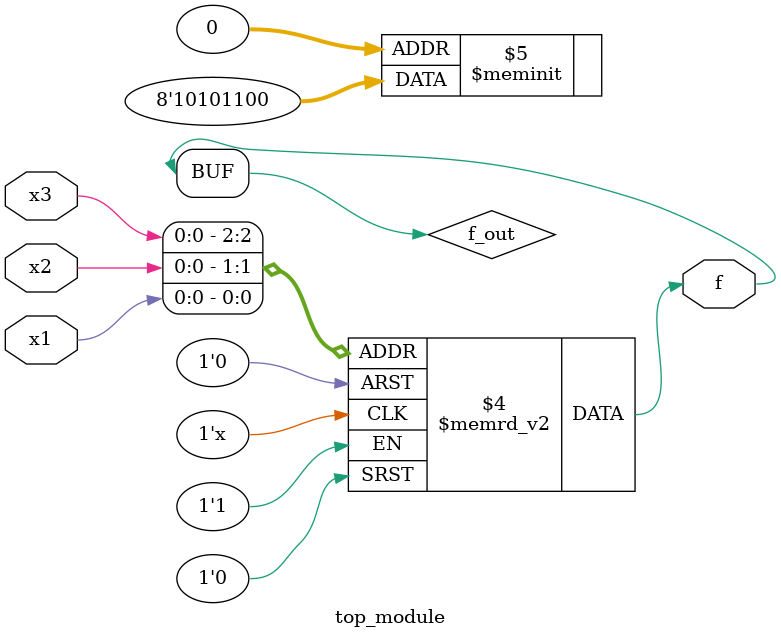
<source format=v>
module top_module( 
    input x3,
    input x2,
    input x1,  // three inputs
    output f   // one output
);
    //0	0	0	0	0
    //1	0	0	1	0
    //2	0	1	0	1
    //3	0	1	1	1
    //4	1	0	0	0
    //5	1	0	1	1
    //6	1	1	0	0
    //7	1	1	1	1  
    
    reg f_out;
    
    always @(*) begin
        case ({x3,x2,x1})
            3'b000: f_out = 0;
            3'b001: f_out = 0;
            3'b010: f_out = 1;
            3'b011: f_out = 1;
            3'b100: f_out = 0;
            3'b101: f_out = 1;
            3'b110: f_out = 0;
            3'b111: f_out = 1;
        endcase
    end
    
	assign f = f_out;
endmodule

</source>
